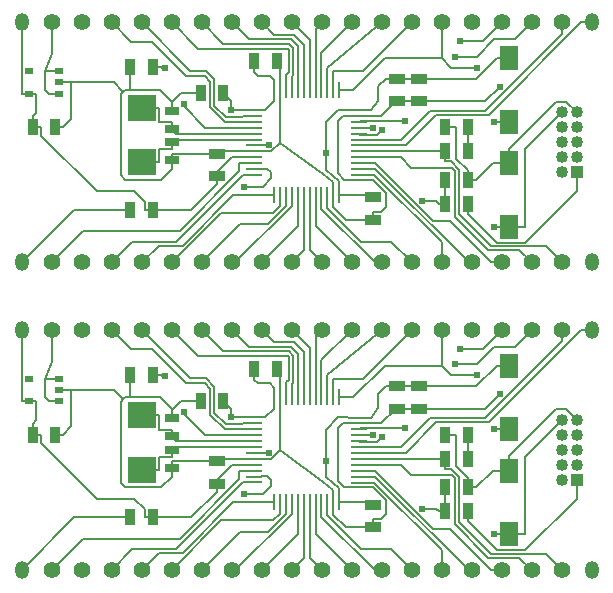
<source format=gtl>
G75*
G70*
%OFA0B0*%
%FSLAX25Y25*%
%IPPOS*%
%LPD*%
%AMOC8*
5,1,8,0,0,1.08239X$1,22.5*
%
%ADD10C,0.05500*%
%ADD11R,0.09450X0.08660*%
%ADD13C,0.00600*%
%ADD18R,0.04000X0.04000*%
%ADD19R,0.04500X0.02500*%
%ADD21R,0.03000X0.02000*%
%ADD25O,0.04720X0.05910*%
%ADD26R,0.06300X0.07870*%
%ADD27R,0.05500X0.03500*%
%ADD31C,0.02400*%
%ADD35R,0.05500X0.01050*%
%ADD37R,0.01050X0.05500*%
%ADD38R,0.03500X0.05500*%
%ADD39C,0.04000*%
X0010000Y0010000D02*
G01*
D13*
D11*
X0053430Y0066560D03*
X0053430Y0048440D03*
D26*
X0175930Y0061870D03*
X0175930Y0083130D03*
X0175930Y0048130D03*
X0175930Y0026870D03*
D21*
X0025930Y0071250D03*
X0025930Y0078750D03*
X0015930Y0071250D03*
X0025930Y0075000D03*
X0015930Y0078750D03*
D38*
X0017180Y0060000D03*
X0024680Y0060000D03*
D27*
X0138430Y0076250D03*
X0138430Y0068750D03*
X0145830Y0076250D03*
X0145830Y0068750D03*
X0130430Y0036750D03*
X0130430Y0029250D03*
X0078430Y0043750D03*
X0078430Y0051250D03*
D38*
X0080580Y0071400D03*
X0073080Y0071400D03*
X0090980Y0082100D03*
X0098480Y0082100D03*
X0154680Y0042500D03*
X0162180Y0042500D03*
X0162180Y0034500D03*
X0154680Y0034500D03*
X0057180Y0080000D03*
X0049680Y0080000D03*
X0057180Y0032500D03*
X0049680Y0032500D03*
D19*
X0063430Y0059500D03*
X0063430Y0065500D03*
X0063430Y0055000D03*
X0063430Y0049000D03*
D10*
X0053430Y0015000D03*
X0103430Y0095000D03*
X0093430Y0095000D03*
X0073430Y0095000D03*
X0063430Y0095000D03*
X0133430Y0015000D03*
X0143430Y0015000D03*
X0153430Y0015000D03*
X0163430Y0015000D03*
X0173430Y0015000D03*
X0183430Y0015000D03*
X0113430Y0095000D03*
X0043430Y0015000D03*
X0033430Y0015000D03*
X0023430Y0015000D03*
X0033430Y0095000D03*
X0043430Y0095000D03*
D25*
X0013430Y0015000D03*
D10*
X0143430Y0095000D03*
X0073430Y0015000D03*
X0083430Y0015000D03*
X0093430Y0015000D03*
X0193430Y0015000D03*
D25*
X0203430Y0095000D03*
D10*
X0193430Y0095000D03*
X0183430Y0095000D03*
X0173430Y0095000D03*
X0163430Y0095000D03*
X0153430Y0095000D03*
X0063430Y0015000D03*
D25*
X0203430Y0015000D03*
X0013430Y0095000D03*
D10*
X0053430Y0095000D03*
X0083430Y0095000D03*
X0103430Y0015000D03*
X0113430Y0015000D03*
X0123430Y0015000D03*
X0133430Y0095000D03*
X0123430Y0095000D03*
D35*
X0090930Y0065840D03*
D37*
X0097590Y0037500D03*
D35*
X0125930Y0044160D03*
D37*
X0119270Y0072500D03*
D35*
X0090930Y0063870D03*
D37*
X0099560Y0037500D03*
D35*
X0125930Y0046130D03*
D37*
X0117300Y0072500D03*
D35*
X0090930Y0061900D03*
D37*
X0101530Y0037500D03*
D35*
X0125930Y0048100D03*
D37*
X0115330Y0072500D03*
D35*
X0090930Y0059930D03*
D37*
X0103500Y0037500D03*
D35*
X0125930Y0050070D03*
D37*
X0113360Y0072500D03*
D35*
X0090930Y0057960D03*
D37*
X0105470Y0037500D03*
D35*
X0125930Y0052040D03*
D37*
X0111390Y0072500D03*
D35*
X0090930Y0055990D03*
D37*
X0107440Y0037500D03*
D35*
X0125930Y0054010D03*
D37*
X0109420Y0072500D03*
D35*
X0090930Y0054020D03*
D37*
X0109410Y0037500D03*
D35*
X0125930Y0055980D03*
D37*
X0107450Y0072500D03*
D35*
X0090930Y0052050D03*
D37*
X0111380Y0037500D03*
D35*
X0125930Y0057950D03*
D37*
X0105480Y0072500D03*
D35*
X0090930Y0050080D03*
D37*
X0113350Y0037500D03*
D35*
X0125930Y0059920D03*
D37*
X0103510Y0072500D03*
D35*
X0090930Y0048110D03*
D37*
X0115320Y0037500D03*
D35*
X0125930Y0061890D03*
D37*
X0101540Y0072500D03*
D35*
X0090930Y0046140D03*
D37*
X0117290Y0037500D03*
D35*
X0125930Y0063860D03*
D37*
X0099570Y0072500D03*
D35*
X0090930Y0044170D03*
D37*
X0119260Y0037500D03*
D35*
X0125930Y0065830D03*
D37*
X0097600Y0072500D03*
D38*
X0162180Y0060000D03*
X0154680Y0060000D03*
X0154680Y0052000D03*
X0162180Y0052000D03*
D10*
X0023430Y0095000D03*
D18*
X0198430Y0045000D03*
D39*
X0193430Y0045000D03*
X0198430Y0050000D03*
X0193430Y0050000D03*
X0198430Y0055000D03*
X0193430Y0055000D03*
X0198430Y0060000D03*
X0193430Y0060000D03*
X0198430Y0065000D03*
X0193430Y0065000D03*
D31*
X0061270Y0079780D03*
X0170940Y0061870D03*
X0146900Y0035470D03*
X0165180Y0079900D03*
X0141170Y0062210D03*
X0170900Y0026870D03*
X0095750Y0054160D03*
X0172840Y0073610D03*
X0130590Y0059920D03*
X0159430Y0088760D03*
X0133670Y0059320D03*
X0157990Y0083640D03*
X0087690Y0040230D03*
X0067400Y0067700D03*
X0115030Y0051400D03*
X0083290Y0065840D03*
D13*
X0175930Y0061870D02*
X0170940Y0061870D01*
X0083430Y0095000D02*
X0089070Y0089360D01*
X0089070Y0089360D02*
X0103270Y0089360D01*
X0105480Y0087150D02*
X0105480Y0072500D01*
X0060080Y0079780D02*
X0059860Y0080000D01*
X0061270Y0079780D02*
X0060080Y0079780D01*
X0103270Y0089360D02*
X0105480Y0087150D01*
X0057180Y0080000D02*
X0059860Y0080000D01*
X0111380Y0037500D02*
X0111380Y0027050D01*
X0151530Y0035470D02*
X0146900Y0035470D01*
X0154680Y0034500D02*
X0154680Y0042500D01*
X0154680Y0034500D02*
X0152430Y0034500D01*
X0111380Y0027050D02*
X0123430Y0015000D01*
X0152430Y0034500D02*
X0151530Y0035470D01*
X0154680Y0052000D02*
X0154680Y0048820D01*
X0156420Y0048820D02*
X0154680Y0048820D01*
X0159360Y0045880D02*
X0156420Y0048820D01*
X0159360Y0031020D02*
X0159360Y0045880D01*
X0170030Y0020350D02*
X0159360Y0031020D01*
X0188080Y0020350D02*
X0170030Y0020350D01*
X0193430Y0015000D02*
X0188080Y0020350D01*
X0151540Y0052040D02*
X0152430Y0052000D01*
X0125930Y0052040D02*
X0151540Y0052040D01*
X0154680Y0052000D02*
X0152430Y0052000D01*
X0153430Y0095000D02*
X0153430Y0083090D01*
X0156620Y0079900D02*
X0165180Y0079900D01*
X0134420Y0083090D02*
X0123830Y0072500D01*
X0123830Y0072500D02*
X0119270Y0072500D01*
X0153430Y0083090D02*
X0134420Y0083090D01*
X0153430Y0083090D02*
X0156620Y0079900D01*
X0126250Y0062210D02*
X0141170Y0062210D01*
X0125930Y0061890D02*
X0126250Y0062210D01*
X0175930Y0026870D02*
X0170900Y0026870D01*
X0181230Y0026870D02*
X0181230Y0052800D01*
X0090930Y0054020D02*
X0094610Y0054020D01*
X0181230Y0052800D02*
X0193430Y0065000D01*
X0013430Y0015000D02*
X0030930Y0032500D01*
X0030930Y0032500D02*
X0049680Y0032500D01*
X0094750Y0054160D02*
X0095750Y0054160D01*
X0175930Y0026870D02*
X0181230Y0026870D01*
X0094610Y0054020D02*
X0094750Y0054160D01*
X0073080Y0071400D02*
X0066430Y0071400D01*
X0066430Y0071400D02*
X0063430Y0068400D01*
X0130430Y0031930D02*
X0133110Y0031930D01*
X0096630Y0052030D02*
X0094630Y0052030D01*
X0162180Y0045730D02*
X0162180Y0042500D01*
X0090930Y0052050D02*
X0094610Y0052050D01*
X0194830Y0068600D02*
X0191540Y0068600D01*
X0158360Y0060000D02*
X0158360Y0049550D01*
X0099570Y0054970D02*
X0099570Y0072500D01*
X0024680Y0060000D02*
X0027360Y0060000D01*
X0133110Y0031930D02*
X0134730Y0033550D01*
X0134730Y0033550D02*
X0134730Y0038270D01*
X0134730Y0038270D02*
X0130420Y0042580D01*
X0130420Y0042580D02*
X0121030Y0042580D01*
X0121030Y0042580D02*
X0118730Y0044700D01*
X0118730Y0044700D02*
X0118730Y0062210D01*
X0118730Y0062210D02*
X0120410Y0063860D01*
X0090930Y0052050D02*
X0079230Y0052050D01*
X0047280Y0071850D02*
X0047930Y0072500D01*
X0117290Y0033340D02*
X0121380Y0029250D01*
X0099570Y0054970D02*
X0096630Y0052030D01*
X0167980Y0068750D02*
X0172840Y0073610D01*
X0198430Y0065000D02*
X0194830Y0068600D01*
X0113930Y0044400D02*
X0099570Y0054970D01*
X0191540Y0068600D02*
X0175930Y0052990D01*
X0145830Y0068750D02*
X0167980Y0068750D01*
X0117230Y0041800D02*
X0113930Y0044400D01*
X0175930Y0048130D02*
X0175930Y0052990D01*
X0130430Y0029250D02*
X0130430Y0031930D01*
X0162180Y0042500D02*
X0164860Y0042500D01*
X0121380Y0029250D02*
X0130430Y0029250D01*
X0154680Y0060000D02*
X0158360Y0060000D01*
X0027360Y0060000D02*
X0029930Y0062900D01*
X0158360Y0049550D02*
X0162180Y0045730D01*
X0138430Y0068750D02*
X0145830Y0068750D01*
X0117290Y0037500D02*
X0117230Y0041800D01*
X0117290Y0037500D02*
X0117290Y0033340D01*
X0044130Y0075000D02*
X0029930Y0075000D01*
X0047930Y0042500D02*
X0046430Y0044000D01*
X0046430Y0044000D02*
X0046430Y0071000D01*
X0046430Y0071000D02*
X0047280Y0071850D01*
X0125930Y0063860D02*
X0120410Y0063860D01*
X0099570Y0082390D02*
X0098480Y0082100D01*
X0063430Y0049000D02*
X0063430Y0046000D01*
X0074750Y0051250D02*
X0074680Y0051180D01*
X0125930Y0063860D02*
X0133290Y0063860D01*
X0025930Y0075000D02*
X0029930Y0075000D01*
X0074680Y0051180D02*
X0063430Y0051180D01*
X0079230Y0052050D02*
X0078430Y0051250D01*
X0099570Y0072500D02*
X0099570Y0082390D01*
X0094630Y0052030D02*
X0094610Y0052050D01*
X0063430Y0068500D02*
X0063430Y0068400D01*
X0063430Y0068400D02*
X0063430Y0065500D01*
X0049680Y0072500D02*
X0059430Y0072500D01*
X0059430Y0072500D02*
X0063430Y0068500D01*
X0059930Y0042500D02*
X0047930Y0042500D01*
X0138180Y0068750D02*
X0138430Y0068750D01*
X0175930Y0048130D02*
X0170490Y0048130D01*
X0133290Y0063860D02*
X0138180Y0068750D01*
X0063430Y0049000D02*
X0063430Y0051180D01*
X0049680Y0080000D02*
X0049680Y0072500D01*
X0170490Y0048130D02*
X0164860Y0042500D01*
X0029930Y0062900D02*
X0029930Y0075000D01*
X0047280Y0071850D02*
X0044130Y0075000D01*
X0078430Y0051250D02*
X0074750Y0051250D01*
X0063430Y0046000D02*
X0059930Y0042500D01*
X0047930Y0072500D02*
X0049680Y0072500D01*
X0090930Y0044170D02*
X0087250Y0044170D01*
X0050330Y0021900D02*
X0043430Y0015000D01*
X0064980Y0021900D02*
X0050330Y0021900D01*
X0087250Y0044170D02*
X0064980Y0021900D01*
X0079940Y0031550D02*
X0097270Y0031510D01*
X0063430Y0015000D02*
X0079940Y0031550D01*
X0097270Y0031510D02*
X0099560Y0033820D01*
X0099560Y0037500D02*
X0099560Y0033820D01*
X0097480Y0090950D02*
X0093430Y0095000D01*
X0107450Y0072500D02*
X0107450Y0087640D01*
X0107450Y0087640D02*
X0104140Y0090950D01*
X0104140Y0090950D02*
X0097480Y0090950D01*
X0125930Y0059920D02*
X0130590Y0059920D01*
X0173430Y0095000D02*
X0167190Y0088760D01*
X0167190Y0088760D02*
X0159430Y0088760D01*
X0083950Y0037500D02*
X0067110Y0020660D01*
X0097590Y0037500D02*
X0083950Y0037500D01*
X0059090Y0020660D02*
X0053430Y0015000D01*
X0067110Y0020660D02*
X0059090Y0020660D01*
X0125930Y0057950D02*
X0126270Y0057610D01*
X0126270Y0057610D02*
X0131960Y0057610D01*
X0177830Y0089400D02*
X0183430Y0095000D01*
X0165270Y0083640D02*
X0171030Y0089400D01*
X0165270Y0083640D02*
X0157990Y0083640D01*
X0171030Y0089400D02*
X0177830Y0089400D01*
X0131960Y0057610D02*
X0133670Y0059320D01*
X0115320Y0037500D02*
X0115320Y0033260D01*
X0136470Y0021960D02*
X0143430Y0015000D01*
X0115320Y0033260D02*
X0126620Y0021960D01*
X0126620Y0021960D02*
X0136470Y0021960D01*
X0149610Y0065580D02*
X0167830Y0065580D01*
X0140010Y0055980D02*
X0149610Y0065580D01*
X0167830Y0065580D02*
X0193430Y0091180D01*
X0125930Y0055980D02*
X0140010Y0055980D01*
X0193430Y0091180D02*
X0193430Y0095000D01*
X0113350Y0032790D02*
X0113350Y0037500D01*
X0131140Y0015000D02*
X0113350Y0032790D01*
X0133430Y0015000D02*
X0131140Y0015000D01*
X0095330Y0046200D02*
X0096630Y0045000D01*
X0090930Y0046140D02*
X0095330Y0046200D01*
X0093860Y0040230D02*
X0087690Y0040230D01*
X0096630Y0045000D02*
X0096630Y0043000D01*
X0096630Y0043000D02*
X0093860Y0040230D01*
X0199850Y0095000D02*
X0203430Y0095000D01*
X0169040Y0064190D02*
X0199850Y0095000D01*
X0151690Y0064190D02*
X0169040Y0064190D01*
X0141510Y0054010D02*
X0151690Y0064190D01*
X0125930Y0054010D02*
X0141510Y0054010D01*
X0033870Y0025450D02*
X0033870Y0025440D01*
X0086030Y0045380D02*
X0066100Y0025450D01*
X0086030Y0048110D02*
X0086030Y0045380D01*
X0090930Y0048110D02*
X0086030Y0048110D01*
X0033870Y0025440D02*
X0023430Y0015000D01*
X0066100Y0025450D02*
X0033870Y0025450D01*
X0170000Y0015000D02*
X0173430Y0015000D01*
X0156180Y0028820D02*
X0170000Y0015000D01*
X0150470Y0028820D02*
X0156180Y0028820D01*
X0131190Y0048100D02*
X0150470Y0028820D01*
X0125930Y0048100D02*
X0131190Y0048100D01*
X0117300Y0072500D02*
X0117300Y0078800D01*
X0127230Y0078800D02*
X0143430Y0095000D01*
X0117300Y0078800D02*
X0127230Y0078800D01*
X0157870Y0030260D02*
X0169020Y0019110D01*
X0125930Y0050070D02*
X0139790Y0050070D01*
X0169020Y0019110D02*
X0179320Y0019110D01*
X0179320Y0019110D02*
X0183430Y0015000D01*
X0157870Y0045620D02*
X0157870Y0030260D01*
X0156890Y0046600D02*
X0157870Y0045620D01*
X0143260Y0046600D02*
X0156890Y0046600D01*
X0139790Y0050070D02*
X0143260Y0046600D01*
X0105470Y0037500D02*
X0105470Y0027040D01*
X0105470Y0027040D02*
X0093430Y0015000D01*
X0102370Y0086030D02*
X0102210Y0086190D01*
X0101540Y0072500D02*
X0101540Y0077620D01*
X0101540Y0077620D02*
X0102370Y0078450D01*
X0102210Y0086190D02*
X0072240Y0086190D01*
X0072240Y0086190D02*
X0063430Y0095000D01*
X0102370Y0078450D02*
X0102370Y0086030D01*
X0125930Y0046130D02*
X0131300Y0046130D01*
X0162430Y0015000D02*
X0163430Y0015000D01*
X0131300Y0046130D02*
X0162430Y0015000D01*
X0103500Y0033810D02*
X0084690Y0015000D01*
X0103500Y0037500D02*
X0103500Y0033810D01*
X0084690Y0015000D02*
X0083430Y0015000D01*
X0080550Y0087880D02*
X0102560Y0087880D01*
X0104030Y0077370D02*
X0103510Y0076850D01*
X0103510Y0072500D02*
X0103510Y0076850D01*
X0102560Y0087880D02*
X0104030Y0086410D01*
X0104030Y0086410D02*
X0104030Y0077370D01*
X0073430Y0095000D02*
X0080550Y0087880D01*
X0153430Y0021700D02*
X0153430Y0015000D01*
X0130970Y0044160D02*
X0153430Y0021700D01*
X0125930Y0044160D02*
X0130970Y0044160D01*
X0086130Y0027700D02*
X0095410Y0027700D01*
X0073430Y0015000D02*
X0086130Y0027700D01*
X0101530Y0037500D02*
X0101530Y0033820D01*
X0095410Y0027700D02*
X0101530Y0033820D01*
X0107440Y0019010D02*
X0103430Y0015000D01*
X0107440Y0037500D02*
X0107440Y0019010D01*
X0109410Y0019020D02*
X0113430Y0015000D01*
X0109410Y0037500D02*
X0109410Y0019020D01*
X0115330Y0072500D02*
X0115330Y0079880D01*
X0115330Y0079880D02*
X0133430Y0095000D01*
X0113360Y0084930D02*
X0123430Y0095000D01*
X0113360Y0072500D02*
X0113360Y0084930D01*
X0109420Y0072500D02*
X0109420Y0089010D01*
X0109420Y0089010D02*
X0103430Y0095000D01*
X0111390Y0072500D02*
X0111390Y0092960D01*
X0111390Y0092960D02*
X0113430Y0095000D01*
X0090930Y0059930D02*
X0074630Y0059930D01*
X0067400Y0067160D02*
X0067400Y0067700D01*
X0074630Y0059930D02*
X0067400Y0067160D01*
X0090930Y0061900D02*
X0081230Y0061900D01*
X0056930Y0088600D02*
X0056960Y0088600D01*
X0056930Y0088600D02*
X0049830Y0088600D01*
X0049830Y0088600D02*
X0043430Y0095000D01*
X0056960Y0088600D02*
X0068360Y0077200D01*
X0074430Y0077200D02*
X0068360Y0077200D01*
X0076330Y0075300D02*
X0074430Y0077200D01*
X0076330Y0066800D02*
X0076330Y0075300D01*
X0081230Y0061900D02*
X0076330Y0066800D01*
X0086880Y0063500D02*
X0081430Y0063500D01*
X0087250Y0063870D02*
X0086880Y0063500D01*
X0053430Y0095000D02*
X0069530Y0078900D01*
X0087250Y0063870D02*
X0090930Y0063870D01*
X0074730Y0078900D02*
X0069530Y0078900D01*
X0077630Y0076000D02*
X0074730Y0078900D01*
X0077630Y0067300D02*
X0077630Y0076000D01*
X0081430Y0063500D02*
X0077630Y0067300D01*
X0063430Y0055000D02*
X0063430Y0052820D01*
X0063430Y0052820D02*
X0059250Y0052820D01*
X0053430Y0048440D02*
X0059090Y0048440D01*
X0059250Y0052820D02*
X0059090Y0052660D01*
X0064420Y0055990D02*
X0063430Y0055000D01*
X0090930Y0055990D02*
X0064420Y0055990D01*
X0059090Y0052660D02*
X0059090Y0048440D01*
X0063430Y0061680D02*
X0059250Y0061680D01*
X0059250Y0061680D02*
X0059090Y0061840D01*
X0059090Y0061840D02*
X0059090Y0066560D01*
X0064970Y0057960D02*
X0063430Y0059500D01*
X0053430Y0066560D02*
X0059090Y0066560D01*
X0063430Y0059500D02*
X0063430Y0061680D01*
X0090930Y0057960D02*
X0064970Y0057960D01*
X0162180Y0052000D02*
X0162180Y0060000D01*
X0083290Y0065840D02*
X0083290Y0068690D01*
X0083290Y0068690D02*
X0080580Y0071400D01*
X0019860Y0057320D02*
X0038450Y0038730D01*
X0017180Y0060000D02*
X0019860Y0060000D01*
X0115030Y0061740D02*
X0118750Y0065840D01*
X0138430Y0076250D02*
X0145830Y0076250D01*
X0097600Y0075830D02*
X0096230Y0077200D01*
X0094610Y0065840D02*
X0097590Y0068820D01*
X0057180Y0032500D02*
X0054500Y0032500D01*
X0175930Y0083130D02*
X0171850Y0083130D01*
X0119260Y0037500D02*
X0119260Y0042180D01*
X0162180Y0034500D02*
X0162180Y0031320D01*
X0115030Y0045880D02*
X0115030Y0051400D01*
X0118750Y0065840D02*
X0125930Y0065830D01*
X0019860Y0060000D02*
X0019860Y0057320D01*
X0119260Y0042180D02*
X0115030Y0045880D01*
X0125930Y0065830D02*
X0129950Y0065830D01*
X0090930Y0065840D02*
X0083290Y0065840D01*
X0015930Y0071250D02*
X0018360Y0071250D01*
X0119260Y0037500D02*
X0129680Y0037500D01*
X0097590Y0068820D02*
X0097600Y0068820D01*
X0090930Y0065840D02*
X0094610Y0065840D01*
X0162180Y0031320D02*
X0171920Y0021580D01*
X0145830Y0076250D02*
X0164970Y0076250D01*
X0115030Y0051400D02*
X0115030Y0061740D01*
X0164970Y0076250D02*
X0171850Y0083130D01*
X0018360Y0064860D02*
X0018360Y0071250D01*
X0015930Y0071250D02*
X0013500Y0071250D01*
X0017180Y0060000D02*
X0017180Y0063680D01*
X0181210Y0021580D02*
X0198430Y0038800D01*
X0132130Y0073680D02*
X0134780Y0076250D01*
X0198430Y0038800D02*
X0198430Y0045000D01*
X0054500Y0035180D02*
X0054500Y0032500D01*
X0134780Y0076250D02*
X0138430Y0076250D01*
X0013430Y0071320D02*
X0013500Y0071250D01*
X0078430Y0043750D02*
X0078430Y0041070D01*
X0092230Y0077200D02*
X0090980Y0078450D01*
X0078430Y0045000D02*
X0078430Y0043750D01*
X0078430Y0041070D02*
X0069860Y0032500D01*
X0090980Y0078450D02*
X0090980Y0082100D01*
X0017180Y0063680D02*
X0018360Y0064860D01*
X0090930Y0050080D02*
X0083510Y0050080D01*
X0129680Y0037500D02*
X0130430Y0036750D01*
X0132130Y0068880D02*
X0132130Y0073680D01*
X0096230Y0077200D02*
X0092230Y0077200D01*
X0069860Y0032500D02*
X0057180Y0032500D01*
X0097600Y0072500D02*
X0097600Y0075830D01*
X0097600Y0072500D02*
X0097600Y0068820D01*
X0083510Y0050080D02*
X0078430Y0045000D01*
X0050950Y0038730D02*
X0054500Y0035180D01*
X0038450Y0038730D02*
X0050950Y0038730D01*
X0013430Y0095000D02*
X0013430Y0071320D01*
X0129950Y0065830D02*
X0132130Y0068880D01*
X0171920Y0021580D02*
X0181210Y0021580D01*
X0023530Y0084400D02*
X0021340Y0078800D01*
X0023430Y0095000D02*
X0023530Y0084400D01*
X0025930Y0078750D02*
X0023810Y0078750D01*
X0023810Y0078750D02*
X0021340Y0078800D01*
X0021340Y0078800D02*
X0021330Y0072600D01*
X0025930Y0071250D02*
X0022430Y0071290D01*
X0022430Y0071290D02*
X0021330Y0072600D01*
X0010000Y0112500D02*
G01*
D13*
D11*
X0053430Y0169060D03*
X0053430Y0150940D03*
D26*
X0175930Y0164370D03*
X0175930Y0185630D03*
X0175930Y0150630D03*
X0175930Y0129370D03*
D21*
X0025930Y0173750D03*
X0025930Y0181250D03*
X0015930Y0173750D03*
X0025930Y0177500D03*
X0015930Y0181250D03*
D38*
X0017180Y0162500D03*
X0024680Y0162500D03*
D27*
X0138430Y0178750D03*
X0138430Y0171250D03*
X0145830Y0178750D03*
X0145830Y0171250D03*
X0130430Y0139250D03*
X0130430Y0131750D03*
X0078430Y0146250D03*
X0078430Y0153750D03*
D38*
X0080580Y0173900D03*
X0073080Y0173900D03*
X0090980Y0184600D03*
X0098480Y0184600D03*
X0154680Y0145000D03*
X0162180Y0145000D03*
X0162180Y0137000D03*
X0154680Y0137000D03*
X0057180Y0182500D03*
X0049680Y0182500D03*
X0057180Y0135000D03*
X0049680Y0135000D03*
D19*
X0063430Y0162000D03*
X0063430Y0168000D03*
X0063430Y0157500D03*
X0063430Y0151500D03*
D10*
X0053430Y0117500D03*
X0103430Y0197500D03*
X0093430Y0197500D03*
X0073430Y0197500D03*
X0063430Y0197500D03*
X0133430Y0117500D03*
X0143430Y0117500D03*
X0153430Y0117500D03*
X0163430Y0117500D03*
X0173430Y0117500D03*
X0183430Y0117500D03*
X0113430Y0197500D03*
X0043430Y0117500D03*
X0033430Y0117500D03*
X0023430Y0117500D03*
X0033430Y0197500D03*
X0043430Y0197500D03*
D25*
X0013430Y0117500D03*
D10*
X0143430Y0197500D03*
X0073430Y0117500D03*
X0083430Y0117500D03*
X0093430Y0117500D03*
X0193430Y0117500D03*
D25*
X0203430Y0197500D03*
D10*
X0193430Y0197500D03*
X0183430Y0197500D03*
X0173430Y0197500D03*
X0163430Y0197500D03*
X0153430Y0197500D03*
X0063430Y0117500D03*
D25*
X0203430Y0117500D03*
X0013430Y0197500D03*
D10*
X0053430Y0197500D03*
X0083430Y0197500D03*
X0103430Y0117500D03*
X0113430Y0117500D03*
X0123430Y0117500D03*
X0133430Y0197500D03*
X0123430Y0197500D03*
D35*
X0090930Y0168340D03*
D37*
X0097590Y0140000D03*
D35*
X0125930Y0146660D03*
D37*
X0119270Y0175000D03*
D35*
X0090930Y0166370D03*
D37*
X0099560Y0140000D03*
D35*
X0125930Y0148630D03*
D37*
X0117300Y0175000D03*
D35*
X0090930Y0164400D03*
D37*
X0101530Y0140000D03*
D35*
X0125930Y0150600D03*
D37*
X0115330Y0175000D03*
D35*
X0090930Y0162430D03*
D37*
X0103500Y0140000D03*
D35*
X0125930Y0152570D03*
D37*
X0113360Y0175000D03*
D35*
X0090930Y0160460D03*
D37*
X0105470Y0140000D03*
D35*
X0125930Y0154540D03*
D37*
X0111390Y0175000D03*
D35*
X0090930Y0158490D03*
D37*
X0107440Y0140000D03*
D35*
X0125930Y0156510D03*
D37*
X0109420Y0175000D03*
D35*
X0090930Y0156520D03*
D37*
X0109410Y0140000D03*
D35*
X0125930Y0158480D03*
D37*
X0107450Y0175000D03*
D35*
X0090930Y0154550D03*
D37*
X0111380Y0140000D03*
D35*
X0125930Y0160450D03*
D37*
X0105480Y0175000D03*
D35*
X0090930Y0152580D03*
D37*
X0113350Y0140000D03*
D35*
X0125930Y0162420D03*
D37*
X0103510Y0175000D03*
D35*
X0090930Y0150610D03*
D37*
X0115320Y0140000D03*
D35*
X0125930Y0164390D03*
D37*
X0101540Y0175000D03*
D35*
X0090930Y0148640D03*
D37*
X0117290Y0140000D03*
D35*
X0125930Y0166360D03*
D37*
X0099570Y0175000D03*
D35*
X0090930Y0146670D03*
D37*
X0119260Y0140000D03*
D35*
X0125930Y0168330D03*
D37*
X0097600Y0175000D03*
D38*
X0162180Y0162500D03*
X0154680Y0162500D03*
X0154680Y0154500D03*
X0162180Y0154500D03*
D10*
X0023430Y0197500D03*
D18*
X0198430Y0147500D03*
D39*
X0193430Y0147500D03*
X0198430Y0152500D03*
X0193430Y0152500D03*
X0198430Y0157500D03*
X0193430Y0157500D03*
X0198430Y0162500D03*
X0193430Y0162500D03*
X0198430Y0167500D03*
X0193430Y0167500D03*
D31*
X0061270Y0182280D03*
X0170940Y0164370D03*
X0146900Y0137970D03*
X0165180Y0182400D03*
X0141170Y0164710D03*
X0170900Y0129370D03*
X0095750Y0156660D03*
X0172840Y0176110D03*
X0130590Y0162420D03*
X0159430Y0191260D03*
X0133670Y0161820D03*
X0157990Y0186140D03*
X0087690Y0142730D03*
X0067400Y0170200D03*
X0115030Y0153900D03*
X0083290Y0168340D03*
D13*
X0175930Y0164370D02*
X0170940Y0164370D01*
X0083430Y0197500D02*
X0089070Y0191860D01*
X0089070Y0191860D02*
X0103270Y0191860D01*
X0105480Y0189650D02*
X0105480Y0175000D01*
X0060080Y0182280D02*
X0059860Y0182500D01*
X0061270Y0182280D02*
X0060080Y0182280D01*
X0103270Y0191860D02*
X0105480Y0189650D01*
X0057180Y0182500D02*
X0059860Y0182500D01*
X0111380Y0140000D02*
X0111380Y0129550D01*
X0151530Y0137970D02*
X0146900Y0137970D01*
X0154680Y0137000D02*
X0154680Y0145000D01*
X0154680Y0137000D02*
X0152430Y0137000D01*
X0111380Y0129550D02*
X0123430Y0117500D01*
X0152430Y0137000D02*
X0151530Y0137970D01*
X0154680Y0154500D02*
X0154680Y0151320D01*
X0156420Y0151320D02*
X0154680Y0151320D01*
X0159360Y0148380D02*
X0156420Y0151320D01*
X0159360Y0133520D02*
X0159360Y0148380D01*
X0170030Y0122850D02*
X0159360Y0133520D01*
X0188080Y0122850D02*
X0170030Y0122850D01*
X0193430Y0117500D02*
X0188080Y0122850D01*
X0151540Y0154540D02*
X0152430Y0154500D01*
X0125930Y0154540D02*
X0151540Y0154540D01*
X0154680Y0154500D02*
X0152430Y0154500D01*
X0153430Y0197500D02*
X0153430Y0185590D01*
X0156620Y0182400D02*
X0165180Y0182400D01*
X0134420Y0185590D02*
X0123830Y0175000D01*
X0123830Y0175000D02*
X0119270Y0175000D01*
X0153430Y0185590D02*
X0134420Y0185590D01*
X0153430Y0185590D02*
X0156620Y0182400D01*
X0126250Y0164710D02*
X0141170Y0164710D01*
X0125930Y0164390D02*
X0126250Y0164710D01*
X0175930Y0129370D02*
X0170900Y0129370D01*
X0181230Y0129370D02*
X0181230Y0155300D01*
X0090930Y0156520D02*
X0094610Y0156520D01*
X0181230Y0155300D02*
X0193430Y0167500D01*
X0013430Y0117500D02*
X0030930Y0135000D01*
X0030930Y0135000D02*
X0049680Y0135000D01*
X0094750Y0156660D02*
X0095750Y0156660D01*
X0175930Y0129370D02*
X0181230Y0129370D01*
X0094610Y0156520D02*
X0094750Y0156660D01*
X0073080Y0173900D02*
X0066430Y0173900D01*
X0066430Y0173900D02*
X0063430Y0170900D01*
X0130430Y0134430D02*
X0133110Y0134430D01*
X0096630Y0154530D02*
X0094630Y0154530D01*
X0162180Y0148230D02*
X0162180Y0145000D01*
X0090930Y0154550D02*
X0094610Y0154550D01*
X0194830Y0171100D02*
X0191540Y0171100D01*
X0158360Y0162500D02*
X0158360Y0152050D01*
X0099570Y0157470D02*
X0099570Y0175000D01*
X0024680Y0162500D02*
X0027360Y0162500D01*
X0133110Y0134430D02*
X0134730Y0136050D01*
X0134730Y0136050D02*
X0134730Y0140770D01*
X0134730Y0140770D02*
X0130420Y0145080D01*
X0130420Y0145080D02*
X0121030Y0145080D01*
X0121030Y0145080D02*
X0118730Y0147200D01*
X0118730Y0147200D02*
X0118730Y0164710D01*
X0118730Y0164710D02*
X0120410Y0166360D01*
X0090930Y0154550D02*
X0079230Y0154550D01*
X0047280Y0174350D02*
X0047930Y0175000D01*
X0117290Y0135840D02*
X0121380Y0131750D01*
X0099570Y0157470D02*
X0096630Y0154530D01*
X0167980Y0171250D02*
X0172840Y0176110D01*
X0198430Y0167500D02*
X0194830Y0171100D01*
X0113930Y0146900D02*
X0099570Y0157470D01*
X0191540Y0171100D02*
X0175930Y0155490D01*
X0145830Y0171250D02*
X0167980Y0171250D01*
X0117230Y0144300D02*
X0113930Y0146900D01*
X0175930Y0150630D02*
X0175930Y0155490D01*
X0130430Y0131750D02*
X0130430Y0134430D01*
X0162180Y0145000D02*
X0164860Y0145000D01*
X0121380Y0131750D02*
X0130430Y0131750D01*
X0154680Y0162500D02*
X0158360Y0162500D01*
X0027360Y0162500D02*
X0029930Y0165400D01*
X0158360Y0152050D02*
X0162180Y0148230D01*
X0138430Y0171250D02*
X0145830Y0171250D01*
X0117290Y0140000D02*
X0117230Y0144300D01*
X0117290Y0140000D02*
X0117290Y0135840D01*
X0044130Y0177500D02*
X0029930Y0177500D01*
X0047930Y0145000D02*
X0046430Y0146500D01*
X0046430Y0146500D02*
X0046430Y0173500D01*
X0046430Y0173500D02*
X0047280Y0174350D01*
X0125930Y0166360D02*
X0120410Y0166360D01*
X0099570Y0184890D02*
X0098480Y0184600D01*
X0063430Y0151500D02*
X0063430Y0148500D01*
X0074750Y0153750D02*
X0074680Y0153680D01*
X0125930Y0166360D02*
X0133290Y0166360D01*
X0025930Y0177500D02*
X0029930Y0177500D01*
X0074680Y0153680D02*
X0063430Y0153680D01*
X0079230Y0154550D02*
X0078430Y0153750D01*
X0099570Y0175000D02*
X0099570Y0184890D01*
X0094630Y0154530D02*
X0094610Y0154550D01*
X0063430Y0171000D02*
X0063430Y0170900D01*
X0063430Y0170900D02*
X0063430Y0168000D01*
X0049680Y0175000D02*
X0059430Y0175000D01*
X0059430Y0175000D02*
X0063430Y0171000D01*
X0059930Y0145000D02*
X0047930Y0145000D01*
X0138180Y0171250D02*
X0138430Y0171250D01*
X0175930Y0150630D02*
X0170490Y0150630D01*
X0133290Y0166360D02*
X0138180Y0171250D01*
X0063430Y0151500D02*
X0063430Y0153680D01*
X0049680Y0182500D02*
X0049680Y0175000D01*
X0170490Y0150630D02*
X0164860Y0145000D01*
X0029930Y0165400D02*
X0029930Y0177500D01*
X0047280Y0174350D02*
X0044130Y0177500D01*
X0078430Y0153750D02*
X0074750Y0153750D01*
X0063430Y0148500D02*
X0059930Y0145000D01*
X0047930Y0175000D02*
X0049680Y0175000D01*
X0090930Y0146670D02*
X0087250Y0146670D01*
X0050330Y0124400D02*
X0043430Y0117500D01*
X0064980Y0124400D02*
X0050330Y0124400D01*
X0087250Y0146670D02*
X0064980Y0124400D01*
X0079940Y0134050D02*
X0097270Y0134010D01*
X0063430Y0117500D02*
X0079940Y0134050D01*
X0097270Y0134010D02*
X0099560Y0136320D01*
X0099560Y0140000D02*
X0099560Y0136320D01*
X0097480Y0193450D02*
X0093430Y0197500D01*
X0107450Y0175000D02*
X0107450Y0190140D01*
X0107450Y0190140D02*
X0104140Y0193450D01*
X0104140Y0193450D02*
X0097480Y0193450D01*
X0125930Y0162420D02*
X0130590Y0162420D01*
X0173430Y0197500D02*
X0167190Y0191260D01*
X0167190Y0191260D02*
X0159430Y0191260D01*
X0083950Y0140000D02*
X0067110Y0123160D01*
X0097590Y0140000D02*
X0083950Y0140000D01*
X0059090Y0123160D02*
X0053430Y0117500D01*
X0067110Y0123160D02*
X0059090Y0123160D01*
X0125930Y0160450D02*
X0126270Y0160110D01*
X0126270Y0160110D02*
X0131960Y0160110D01*
X0177830Y0191900D02*
X0183430Y0197500D01*
X0165270Y0186140D02*
X0171030Y0191900D01*
X0165270Y0186140D02*
X0157990Y0186140D01*
X0171030Y0191900D02*
X0177830Y0191900D01*
X0131960Y0160110D02*
X0133670Y0161820D01*
X0115320Y0140000D02*
X0115320Y0135760D01*
X0136470Y0124460D02*
X0143430Y0117500D01*
X0115320Y0135760D02*
X0126620Y0124460D01*
X0126620Y0124460D02*
X0136470Y0124460D01*
X0149610Y0168080D02*
X0167830Y0168080D01*
X0140010Y0158480D02*
X0149610Y0168080D01*
X0167830Y0168080D02*
X0193430Y0193680D01*
X0125930Y0158480D02*
X0140010Y0158480D01*
X0193430Y0193680D02*
X0193430Y0197500D01*
X0113350Y0135290D02*
X0113350Y0140000D01*
X0131140Y0117500D02*
X0113350Y0135290D01*
X0133430Y0117500D02*
X0131140Y0117500D01*
X0095330Y0148700D02*
X0096630Y0147500D01*
X0090930Y0148640D02*
X0095330Y0148700D01*
X0093860Y0142730D02*
X0087690Y0142730D01*
X0096630Y0147500D02*
X0096630Y0145500D01*
X0096630Y0145500D02*
X0093860Y0142730D01*
X0199850Y0197500D02*
X0203430Y0197500D01*
X0169040Y0166690D02*
X0199850Y0197500D01*
X0151690Y0166690D02*
X0169040Y0166690D01*
X0141510Y0156510D02*
X0151690Y0166690D01*
X0125930Y0156510D02*
X0141510Y0156510D01*
X0033870Y0127950D02*
X0033870Y0127940D01*
X0086030Y0147880D02*
X0066100Y0127950D01*
X0086030Y0150610D02*
X0086030Y0147880D01*
X0090930Y0150610D02*
X0086030Y0150610D01*
X0033870Y0127940D02*
X0023430Y0117500D01*
X0066100Y0127950D02*
X0033870Y0127950D01*
X0170000Y0117500D02*
X0173430Y0117500D01*
X0156180Y0131320D02*
X0170000Y0117500D01*
X0150470Y0131320D02*
X0156180Y0131320D01*
X0131190Y0150600D02*
X0150470Y0131320D01*
X0125930Y0150600D02*
X0131190Y0150600D01*
X0117300Y0175000D02*
X0117300Y0181300D01*
X0127230Y0181300D02*
X0143430Y0197500D01*
X0117300Y0181300D02*
X0127230Y0181300D01*
X0157870Y0132760D02*
X0169020Y0121610D01*
X0125930Y0152570D02*
X0139790Y0152570D01*
X0169020Y0121610D02*
X0179320Y0121610D01*
X0179320Y0121610D02*
X0183430Y0117500D01*
X0157870Y0148120D02*
X0157870Y0132760D01*
X0156890Y0149100D02*
X0157870Y0148120D01*
X0143260Y0149100D02*
X0156890Y0149100D01*
X0139790Y0152570D02*
X0143260Y0149100D01*
X0105470Y0140000D02*
X0105470Y0129540D01*
X0105470Y0129540D02*
X0093430Y0117500D01*
X0102370Y0188530D02*
X0102210Y0188690D01*
X0101540Y0175000D02*
X0101540Y0180120D01*
X0101540Y0180120D02*
X0102370Y0180950D01*
X0102210Y0188690D02*
X0072240Y0188690D01*
X0072240Y0188690D02*
X0063430Y0197500D01*
X0102370Y0180950D02*
X0102370Y0188530D01*
X0125930Y0148630D02*
X0131300Y0148630D01*
X0162430Y0117500D02*
X0163430Y0117500D01*
X0131300Y0148630D02*
X0162430Y0117500D01*
X0103500Y0136310D02*
X0084690Y0117500D01*
X0103500Y0140000D02*
X0103500Y0136310D01*
X0084690Y0117500D02*
X0083430Y0117500D01*
X0080550Y0190380D02*
X0102560Y0190380D01*
X0104030Y0179870D02*
X0103510Y0179350D01*
X0103510Y0175000D02*
X0103510Y0179350D01*
X0102560Y0190380D02*
X0104030Y0188910D01*
X0104030Y0188910D02*
X0104030Y0179870D01*
X0073430Y0197500D02*
X0080550Y0190380D01*
X0153430Y0124200D02*
X0153430Y0117500D01*
X0130970Y0146660D02*
X0153430Y0124200D01*
X0125930Y0146660D02*
X0130970Y0146660D01*
X0086130Y0130200D02*
X0095410Y0130200D01*
X0073430Y0117500D02*
X0086130Y0130200D01*
X0101530Y0140000D02*
X0101530Y0136320D01*
X0095410Y0130200D02*
X0101530Y0136320D01*
X0107440Y0121510D02*
X0103430Y0117500D01*
X0107440Y0140000D02*
X0107440Y0121510D01*
X0109410Y0121520D02*
X0113430Y0117500D01*
X0109410Y0140000D02*
X0109410Y0121520D01*
X0115330Y0175000D02*
X0115330Y0182380D01*
X0115330Y0182380D02*
X0133430Y0197500D01*
X0113360Y0187430D02*
X0123430Y0197500D01*
X0113360Y0175000D02*
X0113360Y0187430D01*
X0109420Y0175000D02*
X0109420Y0191510D01*
X0109420Y0191510D02*
X0103430Y0197500D01*
X0111390Y0175000D02*
X0111390Y0195460D01*
X0111390Y0195460D02*
X0113430Y0197500D01*
X0090930Y0162430D02*
X0074630Y0162430D01*
X0067400Y0169660D02*
X0067400Y0170200D01*
X0074630Y0162430D02*
X0067400Y0169660D01*
X0090930Y0164400D02*
X0081230Y0164400D01*
X0056930Y0191100D02*
X0056960Y0191100D01*
X0056930Y0191100D02*
X0049830Y0191100D01*
X0049830Y0191100D02*
X0043430Y0197500D01*
X0056960Y0191100D02*
X0068360Y0179700D01*
X0074430Y0179700D02*
X0068360Y0179700D01*
X0076330Y0177800D02*
X0074430Y0179700D01*
X0076330Y0169300D02*
X0076330Y0177800D01*
X0081230Y0164400D02*
X0076330Y0169300D01*
X0086880Y0166000D02*
X0081430Y0166000D01*
X0087250Y0166370D02*
X0086880Y0166000D01*
X0053430Y0197500D02*
X0069530Y0181400D01*
X0087250Y0166370D02*
X0090930Y0166370D01*
X0074730Y0181400D02*
X0069530Y0181400D01*
X0077630Y0178500D02*
X0074730Y0181400D01*
X0077630Y0169800D02*
X0077630Y0178500D01*
X0081430Y0166000D02*
X0077630Y0169800D01*
X0063430Y0157500D02*
X0063430Y0155320D01*
X0063430Y0155320D02*
X0059250Y0155320D01*
X0053430Y0150940D02*
X0059090Y0150940D01*
X0059250Y0155320D02*
X0059090Y0155160D01*
X0064420Y0158490D02*
X0063430Y0157500D01*
X0090930Y0158490D02*
X0064420Y0158490D01*
X0059090Y0155160D02*
X0059090Y0150940D01*
X0063430Y0164180D02*
X0059250Y0164180D01*
X0059250Y0164180D02*
X0059090Y0164340D01*
X0059090Y0164340D02*
X0059090Y0169060D01*
X0064970Y0160460D02*
X0063430Y0162000D01*
X0053430Y0169060D02*
X0059090Y0169060D01*
X0063430Y0162000D02*
X0063430Y0164180D01*
X0090930Y0160460D02*
X0064970Y0160460D01*
X0162180Y0154500D02*
X0162180Y0162500D01*
X0083290Y0168340D02*
X0083290Y0171190D01*
X0083290Y0171190D02*
X0080580Y0173900D01*
X0019860Y0159820D02*
X0038450Y0141230D01*
X0017180Y0162500D02*
X0019860Y0162500D01*
X0115030Y0164240D02*
X0118750Y0168340D01*
X0138430Y0178750D02*
X0145830Y0178750D01*
X0097600Y0178330D02*
X0096230Y0179700D01*
X0094610Y0168340D02*
X0097590Y0171320D01*
X0057180Y0135000D02*
X0054500Y0135000D01*
X0175930Y0185630D02*
X0171850Y0185630D01*
X0119260Y0140000D02*
X0119260Y0144680D01*
X0162180Y0137000D02*
X0162180Y0133820D01*
X0115030Y0148380D02*
X0115030Y0153900D01*
X0118750Y0168340D02*
X0125930Y0168330D01*
X0019860Y0162500D02*
X0019860Y0159820D01*
X0119260Y0144680D02*
X0115030Y0148380D01*
X0125930Y0168330D02*
X0129950Y0168330D01*
X0090930Y0168340D02*
X0083290Y0168340D01*
X0015930Y0173750D02*
X0018360Y0173750D01*
X0119260Y0140000D02*
X0129680Y0140000D01*
X0097590Y0171320D02*
X0097600Y0171320D01*
X0090930Y0168340D02*
X0094610Y0168340D01*
X0162180Y0133820D02*
X0171920Y0124080D01*
X0145830Y0178750D02*
X0164970Y0178750D01*
X0115030Y0153900D02*
X0115030Y0164240D01*
X0164970Y0178750D02*
X0171850Y0185630D01*
X0018360Y0167360D02*
X0018360Y0173750D01*
X0015930Y0173750D02*
X0013500Y0173750D01*
X0017180Y0162500D02*
X0017180Y0166180D01*
X0181210Y0124080D02*
X0198430Y0141300D01*
X0132130Y0176180D02*
X0134780Y0178750D01*
X0198430Y0141300D02*
X0198430Y0147500D01*
X0054500Y0137680D02*
X0054500Y0135000D01*
X0134780Y0178750D02*
X0138430Y0178750D01*
X0013430Y0173820D02*
X0013500Y0173750D01*
X0078430Y0146250D02*
X0078430Y0143570D01*
X0092230Y0179700D02*
X0090980Y0180950D01*
X0078430Y0147500D02*
X0078430Y0146250D01*
X0078430Y0143570D02*
X0069860Y0135000D01*
X0090980Y0180950D02*
X0090980Y0184600D01*
X0017180Y0166180D02*
X0018360Y0167360D01*
X0090930Y0152580D02*
X0083510Y0152580D01*
X0129680Y0140000D02*
X0130430Y0139250D01*
X0132130Y0171380D02*
X0132130Y0176180D01*
X0096230Y0179700D02*
X0092230Y0179700D01*
X0069860Y0135000D02*
X0057180Y0135000D01*
X0097600Y0175000D02*
X0097600Y0178330D01*
X0097600Y0175000D02*
X0097600Y0171320D01*
X0083510Y0152580D02*
X0078430Y0147500D01*
X0050950Y0141230D02*
X0054500Y0137680D01*
X0038450Y0141230D02*
X0050950Y0141230D01*
X0013430Y0197500D02*
X0013430Y0173820D01*
X0129950Y0168330D02*
X0132130Y0171380D01*
X0171920Y0124080D02*
X0181210Y0124080D01*
X0023530Y0186900D02*
X0021340Y0181300D01*
X0023430Y0197500D02*
X0023530Y0186900D01*
X0025930Y0181250D02*
X0023810Y0181250D01*
X0023810Y0181250D02*
X0021340Y0181300D01*
X0021340Y0181300D02*
X0021330Y0175100D01*
X0025930Y0173750D02*
X0022430Y0173790D01*
X0022430Y0173790D02*
X0021330Y0175100D01*
M02*

</source>
